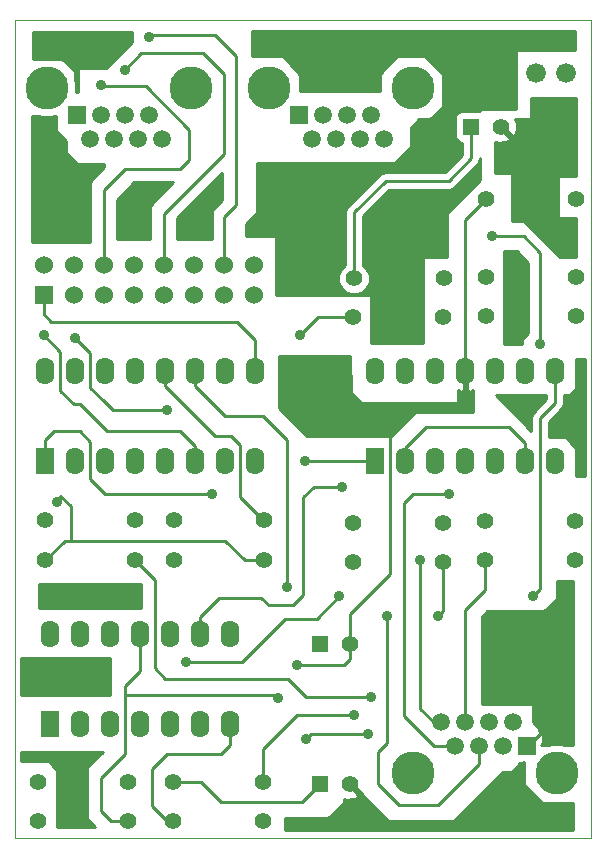
<source format=gtl>
G04 (created by PCBNEW (22-Jun-2014 BZR 4027)-stable) date Cts 25 Nis 2020 13:21:39 +03*
%MOIN*%
G04 Gerber Fmt 3.4, Leading zero omitted, Abs format*
%FSLAX34Y34*%
G01*
G70*
G90*
G04 APERTURE LIST*
%ADD10C,0.00590551*%
%ADD11C,0.00393701*%
%ADD12C,0.1437*%
%ADD13R,0.0591X0.0591*%
%ADD14C,0.0591*%
%ADD15C,0.055*%
%ADD16R,0.06X0.06*%
%ADD17C,0.06*%
%ADD18C,0.066*%
%ADD19R,0.062X0.09*%
%ADD20O,0.062X0.09*%
%ADD21R,0.055X0.055*%
%ADD22C,0.035*%
%ADD23C,0.01*%
G04 APERTURE END LIST*
G54D10*
G54D11*
X7150Y-6000D02*
X7400Y-6000D01*
X7150Y-6000D02*
X7150Y-6150D01*
X7150Y-6100D02*
X7150Y-6000D01*
X7150Y-33250D02*
X7150Y-6100D01*
X26350Y-33250D02*
X7150Y-33250D01*
X26350Y-6000D02*
X7200Y-6000D01*
X26350Y-33250D02*
X26350Y-6000D01*
X26350Y-6000D02*
X26350Y-33250D01*
X7200Y-6000D02*
X26350Y-6000D01*
G54D12*
X15600Y-8250D03*
X20400Y-8250D03*
G54D13*
X16600Y-9150D03*
G54D14*
X17050Y-9950D03*
X17400Y-9150D03*
X17850Y-9950D03*
X18200Y-9150D03*
X18650Y-9950D03*
X19000Y-9150D03*
X19450Y-9950D03*
G54D12*
X8200Y-8250D03*
X13000Y-8250D03*
G54D13*
X9200Y-9150D03*
G54D14*
X9650Y-9950D03*
X10000Y-9150D03*
X10450Y-9950D03*
X10800Y-9150D03*
X11250Y-9950D03*
X11600Y-9150D03*
X12050Y-9950D03*
G54D12*
X25200Y-31100D03*
X20400Y-31100D03*
G54D13*
X24200Y-30200D03*
G54D14*
X23750Y-29400D03*
X23400Y-30200D03*
X22950Y-29400D03*
X22600Y-30200D03*
X22150Y-29400D03*
X21800Y-30200D03*
X21350Y-29400D03*
G54D15*
X25850Y-14550D03*
X22850Y-14550D03*
X25850Y-11950D03*
X22850Y-11950D03*
X18450Y-14600D03*
X21450Y-14600D03*
X21400Y-15900D03*
X18400Y-15900D03*
X22850Y-15850D03*
X25850Y-15850D03*
X25800Y-24000D03*
X22800Y-24000D03*
X22800Y-22700D03*
X25800Y-22700D03*
X21400Y-22750D03*
X18400Y-22750D03*
X11150Y-22650D03*
X8150Y-22650D03*
X10900Y-31400D03*
X7900Y-31400D03*
X7900Y-32700D03*
X10900Y-32700D03*
X12400Y-31400D03*
X15400Y-31400D03*
X15400Y-32700D03*
X12400Y-32700D03*
X12450Y-22650D03*
X15450Y-22650D03*
X15450Y-24000D03*
X12450Y-24000D03*
X8150Y-24000D03*
X11150Y-24000D03*
X18400Y-24050D03*
X21400Y-24050D03*
G54D16*
X8100Y-15150D03*
G54D17*
X8100Y-14150D03*
X9100Y-15150D03*
X9100Y-14150D03*
X10100Y-15150D03*
X10100Y-14150D03*
X11100Y-15150D03*
X11100Y-14150D03*
X12100Y-15150D03*
X12100Y-14150D03*
X13100Y-15150D03*
X13100Y-14150D03*
X14100Y-15150D03*
X14100Y-14150D03*
X15100Y-15150D03*
X15100Y-14150D03*
G54D18*
X24500Y-7750D03*
X25500Y-7750D03*
G54D19*
X8150Y-20700D03*
G54D20*
X9150Y-20700D03*
X10150Y-20700D03*
X11150Y-20700D03*
X12150Y-20700D03*
X13150Y-20700D03*
X14150Y-20700D03*
X15150Y-20700D03*
X15150Y-17700D03*
X14150Y-17700D03*
X13150Y-17700D03*
X12150Y-17700D03*
X11150Y-17700D03*
X10150Y-17700D03*
X9150Y-17700D03*
X8150Y-17700D03*
G54D19*
X8300Y-29450D03*
G54D20*
X9300Y-29450D03*
X10300Y-29450D03*
X11300Y-29450D03*
X12300Y-29450D03*
X13300Y-29450D03*
X14300Y-29450D03*
X14300Y-26450D03*
X13300Y-26450D03*
X12300Y-26450D03*
X11300Y-26450D03*
X10300Y-26450D03*
X9300Y-26450D03*
X8300Y-26450D03*
G54D19*
X19150Y-20700D03*
G54D20*
X20150Y-20700D03*
X21150Y-20700D03*
X22150Y-20700D03*
X23150Y-20700D03*
X24150Y-20700D03*
X25150Y-20700D03*
X25150Y-17700D03*
X24150Y-17700D03*
X23150Y-17700D03*
X22150Y-17700D03*
X21150Y-17700D03*
X20150Y-17700D03*
X19150Y-17700D03*
G54D21*
X17300Y-31450D03*
G54D15*
X18300Y-31450D03*
G54D21*
X22350Y-9550D03*
G54D15*
X23350Y-9550D03*
G54D21*
X17300Y-26800D03*
G54D15*
X18300Y-26800D03*
G54D22*
X15900Y-28600D03*
X16550Y-27500D03*
X23050Y-13200D03*
X24650Y-16800D03*
X10800Y-7650D03*
X10000Y-8150D03*
X16650Y-16500D03*
X12200Y-19000D03*
X9150Y-16600D03*
X11600Y-6550D03*
X21600Y-21800D03*
X19550Y-25850D03*
X21250Y-25850D03*
X19000Y-28550D03*
X18900Y-29800D03*
X16850Y-29950D03*
X17950Y-25200D03*
X12850Y-27400D03*
X24400Y-25200D03*
X16200Y-24900D03*
X20650Y-24000D03*
X18450Y-29150D03*
X18050Y-21550D03*
X16800Y-20700D03*
X13700Y-21800D03*
X8100Y-16500D03*
X8550Y-22050D03*
G54D23*
X24200Y-30200D02*
X24250Y-30200D01*
X24250Y-30200D02*
X24750Y-29700D01*
X18300Y-26800D02*
X18300Y-27300D01*
X15800Y-28500D02*
X10800Y-28500D01*
X15900Y-28600D02*
X15800Y-28500D01*
X18100Y-27500D02*
X16550Y-27500D01*
X18300Y-27300D02*
X18100Y-27500D01*
X11300Y-26450D02*
X11300Y-27700D01*
X11300Y-27700D02*
X10800Y-28200D01*
X10800Y-28200D02*
X10800Y-28500D01*
X10350Y-32700D02*
X10900Y-32700D01*
X10800Y-28500D02*
X10800Y-30450D01*
X10800Y-30450D02*
X10000Y-31250D01*
X10000Y-31250D02*
X10000Y-32350D01*
X10000Y-32350D02*
X10350Y-32700D01*
X22150Y-17700D02*
X22150Y-18500D01*
X18300Y-25800D02*
X18300Y-26800D01*
X19650Y-24450D02*
X18300Y-25800D01*
X19650Y-19900D02*
X19650Y-24450D01*
X20500Y-19050D02*
X20450Y-19100D01*
X20450Y-19100D02*
X19650Y-19900D01*
X21600Y-19050D02*
X20500Y-19050D01*
X22150Y-18500D02*
X21600Y-19050D01*
X22150Y-17700D02*
X22150Y-12650D01*
X22150Y-12650D02*
X22850Y-11950D01*
X24100Y-13200D02*
X23050Y-13200D01*
X24650Y-13750D02*
X24100Y-13200D01*
X24650Y-16800D02*
X24650Y-13750D01*
X14550Y-16050D02*
X8350Y-16050D01*
X14550Y-16050D02*
X15150Y-16650D01*
X15150Y-17700D02*
X15150Y-16650D01*
X8100Y-15800D02*
X8100Y-15150D01*
X8350Y-16050D02*
X8100Y-15800D01*
X12100Y-12450D02*
X12100Y-14150D01*
X14100Y-10450D02*
X12100Y-12450D01*
X14100Y-7800D02*
X14100Y-10450D01*
X13400Y-7100D02*
X14100Y-7800D01*
X11350Y-7100D02*
X13400Y-7100D01*
X10800Y-7650D02*
X11350Y-7100D01*
X10100Y-11650D02*
X10100Y-14150D01*
X10800Y-10950D02*
X10100Y-11650D01*
X12650Y-10950D02*
X10800Y-10950D01*
X12950Y-10650D02*
X12650Y-10950D01*
X12950Y-9650D02*
X12950Y-10650D01*
X11500Y-8200D02*
X12950Y-9650D01*
X10050Y-8200D02*
X11500Y-8200D01*
X10000Y-8150D02*
X10050Y-8200D01*
X17250Y-15900D02*
X18400Y-15900D01*
X16650Y-16500D02*
X17250Y-15900D01*
X9650Y-17100D02*
X9150Y-16600D01*
X12200Y-19000D02*
X10750Y-19000D01*
X10750Y-19000D02*
X10400Y-19000D01*
X10400Y-19000D02*
X10100Y-18700D01*
X10100Y-18700D02*
X9650Y-18250D01*
X9650Y-18250D02*
X9650Y-17100D01*
X14100Y-12550D02*
X14100Y-14150D01*
X14500Y-12150D02*
X14100Y-12550D01*
X14500Y-7200D02*
X14500Y-12150D01*
X13800Y-6500D02*
X14500Y-7200D01*
X11650Y-6500D02*
X13800Y-6500D01*
X11600Y-6550D02*
X11650Y-6500D01*
X21800Y-30200D02*
X21100Y-30200D01*
X20400Y-21800D02*
X21600Y-21800D01*
X20100Y-22100D02*
X20400Y-21800D01*
X20100Y-29200D02*
X20100Y-22100D01*
X21100Y-30200D02*
X20100Y-29200D01*
X22800Y-24000D02*
X22800Y-25000D01*
X22150Y-25650D02*
X22150Y-29400D01*
X22800Y-25000D02*
X22150Y-25650D01*
X21400Y-24050D02*
X21400Y-25700D01*
X22600Y-30800D02*
X22600Y-30200D01*
X21250Y-32150D02*
X22600Y-30800D01*
X19950Y-32150D02*
X21250Y-32150D01*
X19250Y-31450D02*
X19950Y-32150D01*
X19250Y-30400D02*
X19250Y-31450D01*
X19550Y-30100D02*
X19250Y-30400D01*
X19550Y-25850D02*
X19550Y-30100D01*
X21400Y-25700D02*
X21250Y-25850D01*
X11800Y-24650D02*
X11150Y-24000D01*
X11800Y-27600D02*
X11800Y-24650D01*
X12150Y-27950D02*
X11800Y-27600D01*
X16850Y-28550D02*
X16250Y-27950D01*
X16250Y-27950D02*
X12150Y-27950D01*
X19000Y-28550D02*
X16850Y-28550D01*
X17000Y-29800D02*
X18900Y-29800D01*
X16850Y-29950D02*
X17000Y-29800D01*
X14700Y-27400D02*
X12850Y-27400D01*
X17200Y-25950D02*
X17950Y-25200D01*
X16150Y-25950D02*
X17200Y-25950D01*
X14700Y-27400D02*
X16150Y-25950D01*
X25150Y-17700D02*
X25150Y-18750D01*
X24650Y-19250D02*
X25150Y-18750D01*
X24650Y-24950D02*
X24650Y-19250D01*
X24400Y-25200D02*
X24650Y-24950D01*
X15450Y-22650D02*
X15400Y-22650D01*
X12150Y-18200D02*
X12150Y-17700D01*
X13800Y-19850D02*
X12150Y-18200D01*
X14350Y-19850D02*
X13800Y-19850D01*
X14650Y-20150D02*
X14350Y-19850D01*
X14650Y-21900D02*
X14650Y-20150D01*
X15400Y-22650D02*
X14650Y-21900D01*
X16200Y-22650D02*
X16200Y-20000D01*
X16200Y-24900D02*
X16200Y-22650D01*
X13150Y-18200D02*
X13150Y-17700D01*
X14150Y-19200D02*
X13150Y-18200D01*
X15400Y-19200D02*
X14150Y-19200D01*
X16200Y-20000D02*
X15400Y-19200D01*
X12400Y-32700D02*
X12200Y-32700D01*
X14300Y-30150D02*
X14300Y-29450D01*
X14000Y-30450D02*
X14300Y-30150D01*
X12200Y-30450D02*
X14000Y-30450D01*
X11700Y-30950D02*
X12200Y-30450D01*
X11700Y-32200D02*
X11700Y-30950D01*
X12200Y-32700D02*
X11700Y-32200D01*
X21100Y-29400D02*
X21350Y-29400D01*
X20650Y-28950D02*
X21100Y-29400D01*
X20650Y-27450D02*
X20650Y-28950D01*
X20650Y-24000D02*
X20650Y-27450D01*
X15400Y-30300D02*
X15400Y-31400D01*
X16550Y-29150D02*
X15400Y-30300D01*
X18450Y-29150D02*
X16550Y-29150D01*
X16750Y-22300D02*
X16750Y-21900D01*
X16750Y-22300D02*
X16750Y-25150D01*
X16750Y-25150D02*
X16400Y-25500D01*
X16400Y-25500D02*
X15600Y-25500D01*
X15600Y-25500D02*
X15350Y-25250D01*
X15350Y-25250D02*
X13950Y-25250D01*
X13950Y-25250D02*
X13300Y-25900D01*
X13300Y-26450D02*
X13300Y-25900D01*
X17100Y-21550D02*
X18050Y-21550D01*
X16750Y-21900D02*
X17100Y-21550D01*
X20150Y-20700D02*
X20150Y-20250D01*
X24150Y-20100D02*
X24150Y-20700D01*
X23600Y-19550D02*
X24150Y-20100D01*
X20850Y-19550D02*
X23600Y-19550D01*
X20150Y-20250D02*
X20850Y-19550D01*
X8150Y-20700D02*
X8150Y-20000D01*
X16800Y-20700D02*
X19150Y-20700D01*
X10150Y-21800D02*
X13700Y-21800D01*
X9650Y-21300D02*
X10150Y-21800D01*
X9650Y-20050D02*
X9650Y-21300D01*
X9300Y-19700D02*
X9650Y-20050D01*
X8450Y-19700D02*
X9300Y-19700D01*
X8150Y-20000D02*
X8450Y-19700D01*
X13150Y-20200D02*
X12650Y-19700D01*
X12650Y-19700D02*
X10200Y-19700D01*
X10200Y-19700D02*
X9300Y-18800D01*
X9300Y-18800D02*
X9100Y-18800D01*
X9100Y-18800D02*
X8650Y-18350D01*
X8650Y-18350D02*
X8650Y-17050D01*
X8650Y-17050D02*
X8100Y-16500D01*
X13150Y-20700D02*
X13150Y-20200D01*
X8650Y-21850D02*
X8650Y-21950D01*
X8650Y-21850D02*
X9000Y-22200D01*
X9000Y-23350D02*
X9000Y-22200D01*
X8650Y-21950D02*
X8550Y-22050D01*
X15450Y-24000D02*
X14800Y-24000D01*
X8800Y-23350D02*
X8150Y-24000D01*
X14150Y-23350D02*
X9000Y-23350D01*
X9000Y-23350D02*
X8800Y-23350D01*
X14800Y-24000D02*
X14150Y-23350D01*
X12400Y-31400D02*
X13350Y-31400D01*
X16700Y-32050D02*
X17300Y-31450D01*
X14000Y-32050D02*
X16700Y-32050D01*
X13350Y-31400D02*
X14000Y-32050D01*
X18450Y-14600D02*
X18450Y-12400D01*
X22350Y-10600D02*
X22350Y-9550D01*
X21600Y-11350D02*
X22350Y-10600D01*
X19500Y-11350D02*
X21600Y-11350D01*
X18450Y-12400D02*
X19500Y-11350D01*
G54D10*
G36*
X11050Y-6729D02*
X10179Y-7600D01*
X9250Y-7600D01*
X9250Y-8400D01*
X9170Y-8400D01*
X9168Y-8244D01*
X9168Y-8058D01*
X9166Y-8052D01*
X9166Y-8046D01*
X9150Y-8007D01*
X9150Y-7677D01*
X8718Y-7300D01*
X8437Y-7300D01*
X8393Y-7281D01*
X8387Y-7281D01*
X8381Y-7279D01*
X8194Y-7281D01*
X8008Y-7281D01*
X8002Y-7283D01*
X7996Y-7283D01*
X7957Y-7300D01*
X7750Y-7300D01*
X7750Y-6400D01*
X11050Y-6400D01*
X11050Y-6729D01*
X11050Y-6729D01*
G37*
G54D23*
X11050Y-6729D02*
X10179Y-7600D01*
X9250Y-7600D01*
X9250Y-8400D01*
X9170Y-8400D01*
X9168Y-8244D01*
X9168Y-8058D01*
X9166Y-8052D01*
X9166Y-8046D01*
X9150Y-8007D01*
X9150Y-7677D01*
X8718Y-7300D01*
X8437Y-7300D01*
X8393Y-7281D01*
X8387Y-7281D01*
X8381Y-7279D01*
X8194Y-7281D01*
X8008Y-7281D01*
X8002Y-7283D01*
X7996Y-7283D01*
X7957Y-7300D01*
X7750Y-7300D01*
X7750Y-6400D01*
X11050Y-6400D01*
X11050Y-6729D01*
G54D10*
G36*
X10100Y-10880D02*
X9650Y-11380D01*
X9650Y-13400D01*
X7700Y-13400D01*
X7700Y-9200D01*
X7962Y-9200D01*
X8006Y-9218D01*
X8012Y-9218D01*
X8018Y-9220D01*
X8205Y-9218D01*
X8391Y-9218D01*
X8397Y-9216D01*
X8403Y-9216D01*
X8442Y-9200D01*
X8500Y-9200D01*
X8500Y-9670D01*
X8850Y-10020D01*
X8850Y-10420D01*
X9229Y-10800D01*
X10100Y-10800D01*
X10100Y-10880D01*
X10100Y-10880D01*
G37*
G54D23*
X10100Y-10880D02*
X9650Y-11380D01*
X9650Y-13400D01*
X7700Y-13400D01*
X7700Y-9200D01*
X7962Y-9200D01*
X8006Y-9218D01*
X8012Y-9218D01*
X8018Y-9220D01*
X8205Y-9218D01*
X8391Y-9218D01*
X8397Y-9216D01*
X8403Y-9216D01*
X8442Y-9200D01*
X8500Y-9200D01*
X8500Y-9670D01*
X8850Y-10020D01*
X8850Y-10420D01*
X9229Y-10800D01*
X10100Y-10800D01*
X10100Y-10880D01*
G54D10*
G36*
X25800Y-7000D02*
X23850Y-7000D01*
X23850Y-8950D01*
X22650Y-8950D01*
X22650Y-9025D01*
X22575Y-9024D01*
X22025Y-9024D01*
X21933Y-9062D01*
X21863Y-9133D01*
X21825Y-9225D01*
X21824Y-9324D01*
X21824Y-9874D01*
X21862Y-9966D01*
X21933Y-10036D01*
X22025Y-10074D01*
X22050Y-10074D01*
X22050Y-10475D01*
X21475Y-11050D01*
X19500Y-11050D01*
X19385Y-11072D01*
X19287Y-11137D01*
X18237Y-12187D01*
X18172Y-12285D01*
X18150Y-12400D01*
X18150Y-14157D01*
X18005Y-14302D01*
X17925Y-14495D01*
X17924Y-14703D01*
X18004Y-14897D01*
X18152Y-15044D01*
X18345Y-15124D01*
X18553Y-15125D01*
X18747Y-15045D01*
X18894Y-14897D01*
X18974Y-14704D01*
X18975Y-14496D01*
X18895Y-14303D01*
X18750Y-14157D01*
X18750Y-12524D01*
X19624Y-11650D01*
X21600Y-11650D01*
X21600Y-11649D01*
X21714Y-11627D01*
X21714Y-11627D01*
X21812Y-11562D01*
X22562Y-10812D01*
X22562Y-10812D01*
X22627Y-10714D01*
X22649Y-10600D01*
X22650Y-10600D01*
X22650Y-11329D01*
X21550Y-12429D01*
X21550Y-13900D01*
X20750Y-13900D01*
X20750Y-16750D01*
X19000Y-16750D01*
X19000Y-15150D01*
X15850Y-15150D01*
X15850Y-13200D01*
X14850Y-13200D01*
X14850Y-12770D01*
X15200Y-12420D01*
X15200Y-10750D01*
X19820Y-10750D01*
X20350Y-10220D01*
X20350Y-9570D01*
X20620Y-9300D01*
X20970Y-9300D01*
X21400Y-8870D01*
X21400Y-7779D01*
X20820Y-7200D01*
X19879Y-7200D01*
X19300Y-7779D01*
X19300Y-8350D01*
X16650Y-8350D01*
X16650Y-7830D01*
X16071Y-7200D01*
X15050Y-7200D01*
X15050Y-6350D01*
X25800Y-6350D01*
X25800Y-7000D01*
X25800Y-7000D01*
G37*
G54D23*
X25800Y-7000D02*
X23850Y-7000D01*
X23850Y-8950D01*
X22650Y-8950D01*
X22650Y-9025D01*
X22575Y-9024D01*
X22025Y-9024D01*
X21933Y-9062D01*
X21863Y-9133D01*
X21825Y-9225D01*
X21824Y-9324D01*
X21824Y-9874D01*
X21862Y-9966D01*
X21933Y-10036D01*
X22025Y-10074D01*
X22050Y-10074D01*
X22050Y-10475D01*
X21475Y-11050D01*
X19500Y-11050D01*
X19385Y-11072D01*
X19287Y-11137D01*
X18237Y-12187D01*
X18172Y-12285D01*
X18150Y-12400D01*
X18150Y-14157D01*
X18005Y-14302D01*
X17925Y-14495D01*
X17924Y-14703D01*
X18004Y-14897D01*
X18152Y-15044D01*
X18345Y-15124D01*
X18553Y-15125D01*
X18747Y-15045D01*
X18894Y-14897D01*
X18974Y-14704D01*
X18975Y-14496D01*
X18895Y-14303D01*
X18750Y-14157D01*
X18750Y-12524D01*
X19624Y-11650D01*
X21600Y-11650D01*
X21600Y-11649D01*
X21714Y-11627D01*
X21714Y-11627D01*
X21812Y-11562D01*
X22562Y-10812D01*
X22562Y-10812D01*
X22627Y-10714D01*
X22649Y-10600D01*
X22650Y-10600D01*
X22650Y-11329D01*
X21550Y-12429D01*
X21550Y-13900D01*
X20750Y-13900D01*
X20750Y-16750D01*
X19000Y-16750D01*
X19000Y-15150D01*
X15850Y-15150D01*
X15850Y-13200D01*
X14850Y-13200D01*
X14850Y-12770D01*
X15200Y-12420D01*
X15200Y-10750D01*
X19820Y-10750D01*
X20350Y-10220D01*
X20350Y-9570D01*
X20620Y-9300D01*
X20970Y-9300D01*
X21400Y-8870D01*
X21400Y-7779D01*
X20820Y-7200D01*
X19879Y-7200D01*
X19300Y-7779D01*
X19300Y-8350D01*
X16650Y-8350D01*
X16650Y-7830D01*
X16071Y-7200D01*
X15050Y-7200D01*
X15050Y-6350D01*
X25800Y-6350D01*
X25800Y-7000D01*
G54D10*
G36*
X25850Y-13900D02*
X25320Y-13900D01*
X24120Y-12700D01*
X23700Y-12700D01*
X23700Y-11100D01*
X23150Y-11100D01*
X23150Y-10036D01*
X23274Y-10079D01*
X23482Y-10068D01*
X23622Y-10010D01*
X23647Y-9917D01*
X23350Y-9620D01*
X23344Y-9626D01*
X23273Y-9555D01*
X23279Y-9550D01*
X23273Y-9544D01*
X23344Y-9473D01*
X23350Y-9479D01*
X23355Y-9473D01*
X23426Y-9544D01*
X23420Y-9550D01*
X23717Y-9847D01*
X23810Y-9822D01*
X23879Y-9625D01*
X23868Y-9417D01*
X23819Y-9300D01*
X24350Y-9300D01*
X24350Y-8600D01*
X25850Y-8600D01*
X25850Y-11200D01*
X25250Y-11200D01*
X25250Y-12600D01*
X25850Y-12600D01*
X25850Y-13900D01*
X25850Y-13900D01*
G37*
G54D23*
X25850Y-13900D02*
X25320Y-13900D01*
X24120Y-12700D01*
X23700Y-12700D01*
X23700Y-11100D01*
X23150Y-11100D01*
X23150Y-10036D01*
X23274Y-10079D01*
X23482Y-10068D01*
X23622Y-10010D01*
X23647Y-9917D01*
X23350Y-9620D01*
X23344Y-9626D01*
X23273Y-9555D01*
X23279Y-9550D01*
X23273Y-9544D01*
X23344Y-9473D01*
X23350Y-9479D01*
X23355Y-9473D01*
X23426Y-9544D01*
X23420Y-9550D01*
X23717Y-9847D01*
X23810Y-9822D01*
X23879Y-9625D01*
X23868Y-9417D01*
X23819Y-9300D01*
X24350Y-9300D01*
X24350Y-8600D01*
X25850Y-8600D01*
X25850Y-11200D01*
X25250Y-11200D01*
X25250Y-12600D01*
X25850Y-12600D01*
X25850Y-13900D01*
G54D10*
G36*
X24250Y-16429D02*
X24050Y-16629D01*
X24050Y-16800D01*
X23450Y-16800D01*
X23450Y-13700D01*
X23879Y-13700D01*
X24250Y-14070D01*
X24250Y-16429D01*
X24250Y-16429D01*
G37*
G54D23*
X24250Y-16429D02*
X24050Y-16629D01*
X24050Y-16800D01*
X23450Y-16800D01*
X23450Y-13700D01*
X23879Y-13700D01*
X24250Y-14070D01*
X24250Y-16429D01*
G54D10*
G36*
X22400Y-19050D02*
X21650Y-19050D01*
X20379Y-19050D01*
X19579Y-19850D01*
X16870Y-19850D01*
X15950Y-18929D01*
X15950Y-18550D01*
X15950Y-17200D01*
X18301Y-17200D01*
X18350Y-18421D01*
X18679Y-18750D01*
X21900Y-18750D01*
X21900Y-18331D01*
X21981Y-18376D01*
X22013Y-18383D01*
X22100Y-18334D01*
X22100Y-17750D01*
X22092Y-17750D01*
X22092Y-17650D01*
X22100Y-17650D01*
X22100Y-17642D01*
X22200Y-17642D01*
X22200Y-17650D01*
X22207Y-17650D01*
X22207Y-17750D01*
X22200Y-17750D01*
X22200Y-18334D01*
X22286Y-18383D01*
X22318Y-18376D01*
X22400Y-18331D01*
X22400Y-19050D01*
X22400Y-19050D01*
G37*
G54D23*
X22400Y-19050D02*
X21650Y-19050D01*
X20379Y-19050D01*
X19579Y-19850D01*
X16870Y-19850D01*
X15950Y-18929D01*
X15950Y-18550D01*
X15950Y-17200D01*
X18301Y-17200D01*
X18350Y-18421D01*
X18679Y-18750D01*
X21900Y-18750D01*
X21900Y-18331D01*
X21981Y-18376D01*
X22013Y-18383D01*
X22100Y-18334D01*
X22100Y-17750D01*
X22092Y-17750D01*
X22092Y-17650D01*
X22100Y-17650D01*
X22100Y-17642D01*
X22200Y-17642D01*
X22200Y-17650D01*
X22207Y-17650D01*
X22207Y-17750D01*
X22200Y-17750D01*
X22200Y-18334D01*
X22286Y-18383D01*
X22318Y-18376D01*
X22400Y-18331D01*
X22400Y-19050D01*
G54D10*
G36*
X24850Y-18625D02*
X24437Y-19037D01*
X24372Y-19135D01*
X24350Y-19250D01*
X24350Y-19679D01*
X23170Y-18500D01*
X24850Y-18500D01*
X24850Y-18625D01*
X24850Y-18625D01*
G37*
G54D23*
X24850Y-18625D02*
X24437Y-19037D01*
X24372Y-19135D01*
X24350Y-19250D01*
X24350Y-19679D01*
X23170Y-18500D01*
X24850Y-18500D01*
X24850Y-18625D01*
G54D10*
G36*
X26150Y-21200D02*
X25850Y-21200D01*
X25850Y-20281D01*
X25522Y-19900D01*
X24950Y-19900D01*
X24950Y-19374D01*
X25362Y-18962D01*
X25362Y-18962D01*
X25427Y-18864D01*
X25449Y-18750D01*
X25450Y-18750D01*
X25450Y-18500D01*
X25620Y-18500D01*
X25850Y-18270D01*
X25850Y-17300D01*
X26150Y-17300D01*
X26150Y-21200D01*
X26150Y-21200D01*
G37*
G54D23*
X26150Y-21200D02*
X25850Y-21200D01*
X25850Y-20281D01*
X25522Y-19900D01*
X24950Y-19900D01*
X24950Y-19374D01*
X25362Y-18962D01*
X25362Y-18962D01*
X25427Y-18864D01*
X25449Y-18750D01*
X25450Y-18750D01*
X25450Y-18500D01*
X25620Y-18500D01*
X25850Y-18270D01*
X25850Y-17300D01*
X26150Y-17300D01*
X26150Y-21200D01*
G54D10*
G36*
X24257Y-30250D02*
X24250Y-30250D01*
X24250Y-30257D01*
X24150Y-30257D01*
X24150Y-30250D01*
X24142Y-30250D01*
X24142Y-30150D01*
X24150Y-30150D01*
X24150Y-30142D01*
X24250Y-30142D01*
X24250Y-30150D01*
X24257Y-30150D01*
X24257Y-30250D01*
X24257Y-30250D01*
G37*
G54D23*
X24257Y-30250D02*
X24250Y-30250D01*
X24250Y-30257D01*
X24150Y-30257D01*
X24150Y-30250D01*
X24142Y-30250D01*
X24142Y-30150D01*
X24150Y-30150D01*
X24150Y-30142D01*
X24250Y-30142D01*
X24250Y-30150D01*
X24257Y-30150D01*
X24257Y-30250D01*
G54D10*
G36*
X25750Y-30150D02*
X25437Y-30150D01*
X25393Y-30131D01*
X25008Y-30131D01*
X24963Y-30150D01*
X24745Y-30150D01*
X24745Y-30149D01*
X24683Y-30149D01*
X24745Y-30087D01*
X24745Y-29954D01*
X24745Y-29854D01*
X24707Y-29762D01*
X24636Y-29692D01*
X24600Y-29677D01*
X24600Y-29579D01*
X24400Y-29379D01*
X24400Y-28800D01*
X22700Y-28800D01*
X22700Y-25870D01*
X22870Y-25700D01*
X24770Y-25700D01*
X25200Y-25270D01*
X25200Y-24700D01*
X25750Y-24700D01*
X25750Y-30150D01*
X25750Y-30150D01*
G37*
G54D23*
X25750Y-30150D02*
X25437Y-30150D01*
X25393Y-30131D01*
X25008Y-30131D01*
X24963Y-30150D01*
X24745Y-30150D01*
X24745Y-30149D01*
X24683Y-30149D01*
X24745Y-30087D01*
X24745Y-29954D01*
X24745Y-29854D01*
X24707Y-29762D01*
X24636Y-29692D01*
X24600Y-29677D01*
X24600Y-29579D01*
X24400Y-29379D01*
X24400Y-28800D01*
X22700Y-28800D01*
X22700Y-25870D01*
X22870Y-25700D01*
X24770Y-25700D01*
X25200Y-25270D01*
X25200Y-24700D01*
X25750Y-24700D01*
X25750Y-30150D01*
G54D10*
G36*
X25750Y-33000D02*
X16150Y-33000D01*
X16150Y-32600D01*
X17570Y-32600D01*
X18100Y-32070D01*
X18100Y-31936D01*
X18224Y-31979D01*
X18432Y-31968D01*
X18572Y-31910D01*
X18597Y-31817D01*
X18300Y-31520D01*
X18294Y-31526D01*
X18223Y-31455D01*
X18229Y-31450D01*
X18223Y-31444D01*
X18294Y-31373D01*
X18300Y-31379D01*
X18305Y-31373D01*
X18376Y-31444D01*
X18370Y-31450D01*
X18667Y-31747D01*
X18700Y-31738D01*
X18700Y-31820D01*
X19579Y-32700D01*
X21770Y-32700D01*
X23420Y-31050D01*
X23720Y-31050D01*
X23950Y-30820D01*
X23950Y-30745D01*
X24087Y-30745D01*
X24100Y-30733D01*
X24100Y-31470D01*
X24729Y-32100D01*
X25750Y-32100D01*
X25750Y-33000D01*
X25750Y-33000D01*
G37*
G54D23*
X25750Y-33000D02*
X16150Y-33000D01*
X16150Y-32600D01*
X17570Y-32600D01*
X18100Y-32070D01*
X18100Y-31936D01*
X18224Y-31979D01*
X18432Y-31968D01*
X18572Y-31910D01*
X18597Y-31817D01*
X18300Y-31520D01*
X18294Y-31526D01*
X18223Y-31455D01*
X18229Y-31450D01*
X18223Y-31444D01*
X18294Y-31373D01*
X18300Y-31379D01*
X18305Y-31373D01*
X18376Y-31444D01*
X18370Y-31450D01*
X18667Y-31747D01*
X18700Y-31738D01*
X18700Y-31820D01*
X19579Y-32700D01*
X21770Y-32700D01*
X23420Y-31050D01*
X23720Y-31050D01*
X23950Y-30820D01*
X23950Y-30745D01*
X24087Y-30745D01*
X24100Y-30733D01*
X24100Y-31470D01*
X24729Y-32100D01*
X25750Y-32100D01*
X25750Y-33000D01*
G54D10*
G36*
X10300Y-28500D02*
X7350Y-28500D01*
X7350Y-27250D01*
X10300Y-27250D01*
X10300Y-28500D01*
X10300Y-28500D01*
G37*
G54D23*
X10300Y-28500D02*
X7350Y-28500D01*
X7350Y-27250D01*
X10300Y-27250D01*
X10300Y-28500D01*
G54D10*
G36*
X10071Y-30400D02*
X9550Y-30878D01*
X9550Y-32620D01*
X9829Y-32900D01*
X8550Y-32900D01*
X8550Y-31031D01*
X8273Y-30700D01*
X7350Y-30700D01*
X7350Y-30400D01*
X10071Y-30400D01*
X10071Y-30400D01*
G37*
G54D23*
X10071Y-30400D02*
X9550Y-30878D01*
X9550Y-32620D01*
X9829Y-32900D01*
X8550Y-32900D01*
X8550Y-31031D01*
X8273Y-30700D01*
X7350Y-30700D01*
X7350Y-30400D01*
X10071Y-30400D01*
G54D10*
G36*
X11350Y-25600D02*
X7950Y-25600D01*
X7950Y-24800D01*
X11350Y-24800D01*
X11350Y-25600D01*
X11350Y-25600D01*
G37*
G54D23*
X11350Y-25600D02*
X7950Y-25600D01*
X7950Y-24800D01*
X11350Y-24800D01*
X11350Y-25600D01*
G54D10*
G36*
X12429Y-11400D02*
X11650Y-12179D01*
X11650Y-13300D01*
X10550Y-13300D01*
X10550Y-11970D01*
X11120Y-11400D01*
X12429Y-11400D01*
X12429Y-11400D01*
G37*
G54D23*
X12429Y-11400D02*
X11650Y-12179D01*
X11650Y-13300D01*
X10550Y-13300D01*
X10550Y-11970D01*
X11120Y-11400D01*
X12429Y-11400D01*
G54D10*
G36*
X14050Y-11979D02*
X13700Y-12329D01*
X13700Y-13300D01*
X12550Y-13300D01*
X12550Y-12570D01*
X14050Y-11070D01*
X14050Y-11979D01*
X14050Y-11979D01*
G37*
G54D23*
X14050Y-11979D02*
X13700Y-12329D01*
X13700Y-13300D01*
X12550Y-13300D01*
X12550Y-12570D01*
X14050Y-11070D01*
X14050Y-11979D01*
M02*

</source>
